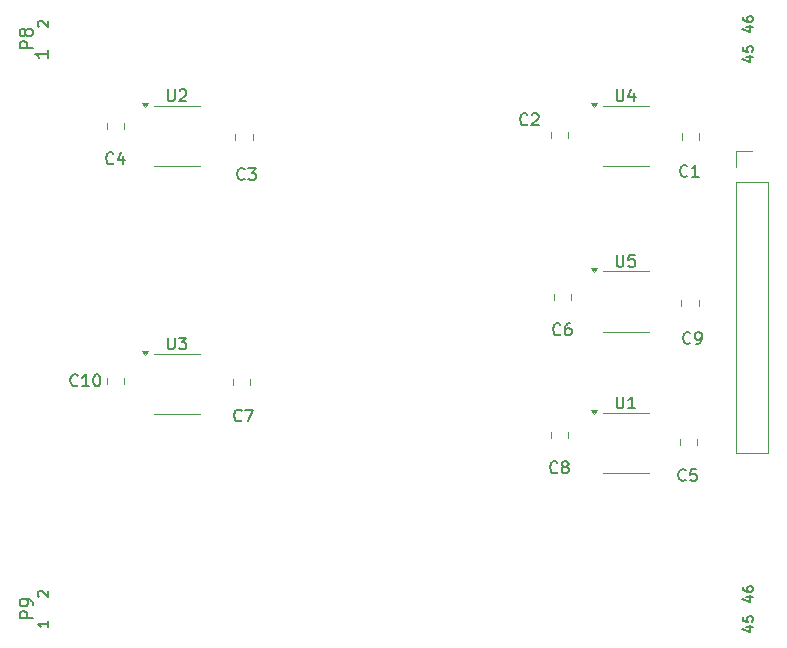
<source format=gto>
G04 #@! TF.GenerationSoftware,KiCad,Pcbnew,8.0.6*
G04 #@! TF.CreationDate,2025-01-05T21:46:19-05:00*
G04 #@! TF.ProjectId,Beagle-AI-64-CAN-Part1,42656167-6c65-42d4-9149-2d36342d4341,rev?*
G04 #@! TF.SameCoordinates,Original*
G04 #@! TF.FileFunction,Legend,Top*
G04 #@! TF.FilePolarity,Positive*
%FSLAX46Y46*%
G04 Gerber Fmt 4.6, Leading zero omitted, Abs format (unit mm)*
G04 Created by KiCad (PCBNEW 8.0.6) date 2025-01-05 21:46:19*
%MOMM*%
%LPD*%
G01*
G04 APERTURE LIST*
%ADD10C,0.150000*%
%ADD11C,0.152400*%
%ADD12C,0.190500*%
%ADD13C,0.120000*%
G04 APERTURE END LIST*
D10*
X172238095Y-111054819D02*
X172238095Y-111864342D01*
X172238095Y-111864342D02*
X172285714Y-111959580D01*
X172285714Y-111959580D02*
X172333333Y-112007200D01*
X172333333Y-112007200D02*
X172428571Y-112054819D01*
X172428571Y-112054819D02*
X172619047Y-112054819D01*
X172619047Y-112054819D02*
X172714285Y-112007200D01*
X172714285Y-112007200D02*
X172761904Y-111959580D01*
X172761904Y-111959580D02*
X172809523Y-111864342D01*
X172809523Y-111864342D02*
X172809523Y-111054819D01*
X173809523Y-112054819D02*
X173238095Y-112054819D01*
X173523809Y-112054819D02*
X173523809Y-111054819D01*
X173523809Y-111054819D02*
X173428571Y-111197676D01*
X173428571Y-111197676D02*
X173333333Y-111292914D01*
X173333333Y-111292914D02*
X173238095Y-111340533D01*
X172238095Y-99054819D02*
X172238095Y-99864342D01*
X172238095Y-99864342D02*
X172285714Y-99959580D01*
X172285714Y-99959580D02*
X172333333Y-100007200D01*
X172333333Y-100007200D02*
X172428571Y-100054819D01*
X172428571Y-100054819D02*
X172619047Y-100054819D01*
X172619047Y-100054819D02*
X172714285Y-100007200D01*
X172714285Y-100007200D02*
X172761904Y-99959580D01*
X172761904Y-99959580D02*
X172809523Y-99864342D01*
X172809523Y-99864342D02*
X172809523Y-99054819D01*
X173761904Y-99054819D02*
X173285714Y-99054819D01*
X173285714Y-99054819D02*
X173238095Y-99531009D01*
X173238095Y-99531009D02*
X173285714Y-99483390D01*
X173285714Y-99483390D02*
X173380952Y-99435771D01*
X173380952Y-99435771D02*
X173619047Y-99435771D01*
X173619047Y-99435771D02*
X173714285Y-99483390D01*
X173714285Y-99483390D02*
X173761904Y-99531009D01*
X173761904Y-99531009D02*
X173809523Y-99626247D01*
X173809523Y-99626247D02*
X173809523Y-99864342D01*
X173809523Y-99864342D02*
X173761904Y-99959580D01*
X173761904Y-99959580D02*
X173714285Y-100007200D01*
X173714285Y-100007200D02*
X173619047Y-100054819D01*
X173619047Y-100054819D02*
X173380952Y-100054819D01*
X173380952Y-100054819D02*
X173285714Y-100007200D01*
X173285714Y-100007200D02*
X173238095Y-99959580D01*
X172238095Y-85054819D02*
X172238095Y-85864342D01*
X172238095Y-85864342D02*
X172285714Y-85959580D01*
X172285714Y-85959580D02*
X172333333Y-86007200D01*
X172333333Y-86007200D02*
X172428571Y-86054819D01*
X172428571Y-86054819D02*
X172619047Y-86054819D01*
X172619047Y-86054819D02*
X172714285Y-86007200D01*
X172714285Y-86007200D02*
X172761904Y-85959580D01*
X172761904Y-85959580D02*
X172809523Y-85864342D01*
X172809523Y-85864342D02*
X172809523Y-85054819D01*
X173714285Y-85388152D02*
X173714285Y-86054819D01*
X173476190Y-85007200D02*
X173238095Y-85721485D01*
X173238095Y-85721485D02*
X173857142Y-85721485D01*
X134238095Y-106054819D02*
X134238095Y-106864342D01*
X134238095Y-106864342D02*
X134285714Y-106959580D01*
X134285714Y-106959580D02*
X134333333Y-107007200D01*
X134333333Y-107007200D02*
X134428571Y-107054819D01*
X134428571Y-107054819D02*
X134619047Y-107054819D01*
X134619047Y-107054819D02*
X134714285Y-107007200D01*
X134714285Y-107007200D02*
X134761904Y-106959580D01*
X134761904Y-106959580D02*
X134809523Y-106864342D01*
X134809523Y-106864342D02*
X134809523Y-106054819D01*
X135190476Y-106054819D02*
X135809523Y-106054819D01*
X135809523Y-106054819D02*
X135476190Y-106435771D01*
X135476190Y-106435771D02*
X135619047Y-106435771D01*
X135619047Y-106435771D02*
X135714285Y-106483390D01*
X135714285Y-106483390D02*
X135761904Y-106531009D01*
X135761904Y-106531009D02*
X135809523Y-106626247D01*
X135809523Y-106626247D02*
X135809523Y-106864342D01*
X135809523Y-106864342D02*
X135761904Y-106959580D01*
X135761904Y-106959580D02*
X135714285Y-107007200D01*
X135714285Y-107007200D02*
X135619047Y-107054819D01*
X135619047Y-107054819D02*
X135333333Y-107054819D01*
X135333333Y-107054819D02*
X135238095Y-107007200D01*
X135238095Y-107007200D02*
X135190476Y-106959580D01*
X134238095Y-85054819D02*
X134238095Y-85864342D01*
X134238095Y-85864342D02*
X134285714Y-85959580D01*
X134285714Y-85959580D02*
X134333333Y-86007200D01*
X134333333Y-86007200D02*
X134428571Y-86054819D01*
X134428571Y-86054819D02*
X134619047Y-86054819D01*
X134619047Y-86054819D02*
X134714285Y-86007200D01*
X134714285Y-86007200D02*
X134761904Y-85959580D01*
X134761904Y-85959580D02*
X134809523Y-85864342D01*
X134809523Y-85864342D02*
X134809523Y-85054819D01*
X135238095Y-85150057D02*
X135285714Y-85102438D01*
X135285714Y-85102438D02*
X135380952Y-85054819D01*
X135380952Y-85054819D02*
X135619047Y-85054819D01*
X135619047Y-85054819D02*
X135714285Y-85102438D01*
X135714285Y-85102438D02*
X135761904Y-85150057D01*
X135761904Y-85150057D02*
X135809523Y-85245295D01*
X135809523Y-85245295D02*
X135809523Y-85340533D01*
X135809523Y-85340533D02*
X135761904Y-85483390D01*
X135761904Y-85483390D02*
X135190476Y-86054819D01*
X135190476Y-86054819D02*
X135809523Y-86054819D01*
X140733333Y-92609580D02*
X140685714Y-92657200D01*
X140685714Y-92657200D02*
X140542857Y-92704819D01*
X140542857Y-92704819D02*
X140447619Y-92704819D01*
X140447619Y-92704819D02*
X140304762Y-92657200D01*
X140304762Y-92657200D02*
X140209524Y-92561961D01*
X140209524Y-92561961D02*
X140161905Y-92466723D01*
X140161905Y-92466723D02*
X140114286Y-92276247D01*
X140114286Y-92276247D02*
X140114286Y-92133390D01*
X140114286Y-92133390D02*
X140161905Y-91942914D01*
X140161905Y-91942914D02*
X140209524Y-91847676D01*
X140209524Y-91847676D02*
X140304762Y-91752438D01*
X140304762Y-91752438D02*
X140447619Y-91704819D01*
X140447619Y-91704819D02*
X140542857Y-91704819D01*
X140542857Y-91704819D02*
X140685714Y-91752438D01*
X140685714Y-91752438D02*
X140733333Y-91800057D01*
X141066667Y-91704819D02*
X141685714Y-91704819D01*
X141685714Y-91704819D02*
X141352381Y-92085771D01*
X141352381Y-92085771D02*
X141495238Y-92085771D01*
X141495238Y-92085771D02*
X141590476Y-92133390D01*
X141590476Y-92133390D02*
X141638095Y-92181009D01*
X141638095Y-92181009D02*
X141685714Y-92276247D01*
X141685714Y-92276247D02*
X141685714Y-92514342D01*
X141685714Y-92514342D02*
X141638095Y-92609580D01*
X141638095Y-92609580D02*
X141590476Y-92657200D01*
X141590476Y-92657200D02*
X141495238Y-92704819D01*
X141495238Y-92704819D02*
X141209524Y-92704819D01*
X141209524Y-92704819D02*
X141114286Y-92657200D01*
X141114286Y-92657200D02*
X141066667Y-92609580D01*
X164679333Y-87989580D02*
X164631714Y-88037200D01*
X164631714Y-88037200D02*
X164488857Y-88084819D01*
X164488857Y-88084819D02*
X164393619Y-88084819D01*
X164393619Y-88084819D02*
X164250762Y-88037200D01*
X164250762Y-88037200D02*
X164155524Y-87941961D01*
X164155524Y-87941961D02*
X164107905Y-87846723D01*
X164107905Y-87846723D02*
X164060286Y-87656247D01*
X164060286Y-87656247D02*
X164060286Y-87513390D01*
X164060286Y-87513390D02*
X164107905Y-87322914D01*
X164107905Y-87322914D02*
X164155524Y-87227676D01*
X164155524Y-87227676D02*
X164250762Y-87132438D01*
X164250762Y-87132438D02*
X164393619Y-87084819D01*
X164393619Y-87084819D02*
X164488857Y-87084819D01*
X164488857Y-87084819D02*
X164631714Y-87132438D01*
X164631714Y-87132438D02*
X164679333Y-87180057D01*
X165060286Y-87180057D02*
X165107905Y-87132438D01*
X165107905Y-87132438D02*
X165203143Y-87084819D01*
X165203143Y-87084819D02*
X165441238Y-87084819D01*
X165441238Y-87084819D02*
X165536476Y-87132438D01*
X165536476Y-87132438D02*
X165584095Y-87180057D01*
X165584095Y-87180057D02*
X165631714Y-87275295D01*
X165631714Y-87275295D02*
X165631714Y-87370533D01*
X165631714Y-87370533D02*
X165584095Y-87513390D01*
X165584095Y-87513390D02*
X165012667Y-88084819D01*
X165012667Y-88084819D02*
X165631714Y-88084819D01*
X126611142Y-110087580D02*
X126563523Y-110135200D01*
X126563523Y-110135200D02*
X126420666Y-110182819D01*
X126420666Y-110182819D02*
X126325428Y-110182819D01*
X126325428Y-110182819D02*
X126182571Y-110135200D01*
X126182571Y-110135200D02*
X126087333Y-110039961D01*
X126087333Y-110039961D02*
X126039714Y-109944723D01*
X126039714Y-109944723D02*
X125992095Y-109754247D01*
X125992095Y-109754247D02*
X125992095Y-109611390D01*
X125992095Y-109611390D02*
X126039714Y-109420914D01*
X126039714Y-109420914D02*
X126087333Y-109325676D01*
X126087333Y-109325676D02*
X126182571Y-109230438D01*
X126182571Y-109230438D02*
X126325428Y-109182819D01*
X126325428Y-109182819D02*
X126420666Y-109182819D01*
X126420666Y-109182819D02*
X126563523Y-109230438D01*
X126563523Y-109230438D02*
X126611142Y-109278057D01*
X127563523Y-110182819D02*
X126992095Y-110182819D01*
X127277809Y-110182819D02*
X127277809Y-109182819D01*
X127277809Y-109182819D02*
X127182571Y-109325676D01*
X127182571Y-109325676D02*
X127087333Y-109420914D01*
X127087333Y-109420914D02*
X126992095Y-109468533D01*
X128182571Y-109182819D02*
X128277809Y-109182819D01*
X128277809Y-109182819D02*
X128373047Y-109230438D01*
X128373047Y-109230438D02*
X128420666Y-109278057D01*
X128420666Y-109278057D02*
X128468285Y-109373295D01*
X128468285Y-109373295D02*
X128515904Y-109563771D01*
X128515904Y-109563771D02*
X128515904Y-109801866D01*
X128515904Y-109801866D02*
X128468285Y-109992342D01*
X128468285Y-109992342D02*
X128420666Y-110087580D01*
X128420666Y-110087580D02*
X128373047Y-110135200D01*
X128373047Y-110135200D02*
X128277809Y-110182819D01*
X128277809Y-110182819D02*
X128182571Y-110182819D01*
X128182571Y-110182819D02*
X128087333Y-110135200D01*
X128087333Y-110135200D02*
X128039714Y-110087580D01*
X128039714Y-110087580D02*
X127992095Y-109992342D01*
X127992095Y-109992342D02*
X127944476Y-109801866D01*
X127944476Y-109801866D02*
X127944476Y-109563771D01*
X127944476Y-109563771D02*
X127992095Y-109373295D01*
X127992095Y-109373295D02*
X128039714Y-109278057D01*
X128039714Y-109278057D02*
X128087333Y-109230438D01*
X128087333Y-109230438D02*
X128182571Y-109182819D01*
X129627333Y-91291580D02*
X129579714Y-91339200D01*
X129579714Y-91339200D02*
X129436857Y-91386819D01*
X129436857Y-91386819D02*
X129341619Y-91386819D01*
X129341619Y-91386819D02*
X129198762Y-91339200D01*
X129198762Y-91339200D02*
X129103524Y-91243961D01*
X129103524Y-91243961D02*
X129055905Y-91148723D01*
X129055905Y-91148723D02*
X129008286Y-90958247D01*
X129008286Y-90958247D02*
X129008286Y-90815390D01*
X129008286Y-90815390D02*
X129055905Y-90624914D01*
X129055905Y-90624914D02*
X129103524Y-90529676D01*
X129103524Y-90529676D02*
X129198762Y-90434438D01*
X129198762Y-90434438D02*
X129341619Y-90386819D01*
X129341619Y-90386819D02*
X129436857Y-90386819D01*
X129436857Y-90386819D02*
X129579714Y-90434438D01*
X129579714Y-90434438D02*
X129627333Y-90482057D01*
X130484476Y-90720152D02*
X130484476Y-91386819D01*
X130246381Y-90339200D02*
X130008286Y-91053485D01*
X130008286Y-91053485D02*
X130627333Y-91053485D01*
X178233333Y-92359580D02*
X178185714Y-92407200D01*
X178185714Y-92407200D02*
X178042857Y-92454819D01*
X178042857Y-92454819D02*
X177947619Y-92454819D01*
X177947619Y-92454819D02*
X177804762Y-92407200D01*
X177804762Y-92407200D02*
X177709524Y-92311961D01*
X177709524Y-92311961D02*
X177661905Y-92216723D01*
X177661905Y-92216723D02*
X177614286Y-92026247D01*
X177614286Y-92026247D02*
X177614286Y-91883390D01*
X177614286Y-91883390D02*
X177661905Y-91692914D01*
X177661905Y-91692914D02*
X177709524Y-91597676D01*
X177709524Y-91597676D02*
X177804762Y-91502438D01*
X177804762Y-91502438D02*
X177947619Y-91454819D01*
X177947619Y-91454819D02*
X178042857Y-91454819D01*
X178042857Y-91454819D02*
X178185714Y-91502438D01*
X178185714Y-91502438D02*
X178233333Y-91550057D01*
X179185714Y-92454819D02*
X178614286Y-92454819D01*
X178900000Y-92454819D02*
X178900000Y-91454819D01*
X178900000Y-91454819D02*
X178804762Y-91597676D01*
X178804762Y-91597676D02*
X178709524Y-91692914D01*
X178709524Y-91692914D02*
X178614286Y-91740533D01*
X167219333Y-117453580D02*
X167171714Y-117501200D01*
X167171714Y-117501200D02*
X167028857Y-117548819D01*
X167028857Y-117548819D02*
X166933619Y-117548819D01*
X166933619Y-117548819D02*
X166790762Y-117501200D01*
X166790762Y-117501200D02*
X166695524Y-117405961D01*
X166695524Y-117405961D02*
X166647905Y-117310723D01*
X166647905Y-117310723D02*
X166600286Y-117120247D01*
X166600286Y-117120247D02*
X166600286Y-116977390D01*
X166600286Y-116977390D02*
X166647905Y-116786914D01*
X166647905Y-116786914D02*
X166695524Y-116691676D01*
X166695524Y-116691676D02*
X166790762Y-116596438D01*
X166790762Y-116596438D02*
X166933619Y-116548819D01*
X166933619Y-116548819D02*
X167028857Y-116548819D01*
X167028857Y-116548819D02*
X167171714Y-116596438D01*
X167171714Y-116596438D02*
X167219333Y-116644057D01*
X167790762Y-116977390D02*
X167695524Y-116929771D01*
X167695524Y-116929771D02*
X167647905Y-116882152D01*
X167647905Y-116882152D02*
X167600286Y-116786914D01*
X167600286Y-116786914D02*
X167600286Y-116739295D01*
X167600286Y-116739295D02*
X167647905Y-116644057D01*
X167647905Y-116644057D02*
X167695524Y-116596438D01*
X167695524Y-116596438D02*
X167790762Y-116548819D01*
X167790762Y-116548819D02*
X167981238Y-116548819D01*
X167981238Y-116548819D02*
X168076476Y-116596438D01*
X168076476Y-116596438D02*
X168124095Y-116644057D01*
X168124095Y-116644057D02*
X168171714Y-116739295D01*
X168171714Y-116739295D02*
X168171714Y-116786914D01*
X168171714Y-116786914D02*
X168124095Y-116882152D01*
X168124095Y-116882152D02*
X168076476Y-116929771D01*
X168076476Y-116929771D02*
X167981238Y-116977390D01*
X167981238Y-116977390D02*
X167790762Y-116977390D01*
X167790762Y-116977390D02*
X167695524Y-117025009D01*
X167695524Y-117025009D02*
X167647905Y-117072628D01*
X167647905Y-117072628D02*
X167600286Y-117167866D01*
X167600286Y-117167866D02*
X167600286Y-117358342D01*
X167600286Y-117358342D02*
X167647905Y-117453580D01*
X167647905Y-117453580D02*
X167695524Y-117501200D01*
X167695524Y-117501200D02*
X167790762Y-117548819D01*
X167790762Y-117548819D02*
X167981238Y-117548819D01*
X167981238Y-117548819D02*
X168076476Y-117501200D01*
X168076476Y-117501200D02*
X168124095Y-117453580D01*
X168124095Y-117453580D02*
X168171714Y-117358342D01*
X168171714Y-117358342D02*
X168171714Y-117167866D01*
X168171714Y-117167866D02*
X168124095Y-117072628D01*
X168124095Y-117072628D02*
X168076476Y-117025009D01*
X168076476Y-117025009D02*
X167981238Y-116977390D01*
X178083333Y-118109580D02*
X178035714Y-118157200D01*
X178035714Y-118157200D02*
X177892857Y-118204819D01*
X177892857Y-118204819D02*
X177797619Y-118204819D01*
X177797619Y-118204819D02*
X177654762Y-118157200D01*
X177654762Y-118157200D02*
X177559524Y-118061961D01*
X177559524Y-118061961D02*
X177511905Y-117966723D01*
X177511905Y-117966723D02*
X177464286Y-117776247D01*
X177464286Y-117776247D02*
X177464286Y-117633390D01*
X177464286Y-117633390D02*
X177511905Y-117442914D01*
X177511905Y-117442914D02*
X177559524Y-117347676D01*
X177559524Y-117347676D02*
X177654762Y-117252438D01*
X177654762Y-117252438D02*
X177797619Y-117204819D01*
X177797619Y-117204819D02*
X177892857Y-117204819D01*
X177892857Y-117204819D02*
X178035714Y-117252438D01*
X178035714Y-117252438D02*
X178083333Y-117300057D01*
X178988095Y-117204819D02*
X178511905Y-117204819D01*
X178511905Y-117204819D02*
X178464286Y-117681009D01*
X178464286Y-117681009D02*
X178511905Y-117633390D01*
X178511905Y-117633390D02*
X178607143Y-117585771D01*
X178607143Y-117585771D02*
X178845238Y-117585771D01*
X178845238Y-117585771D02*
X178940476Y-117633390D01*
X178940476Y-117633390D02*
X178988095Y-117681009D01*
X178988095Y-117681009D02*
X179035714Y-117776247D01*
X179035714Y-117776247D02*
X179035714Y-118014342D01*
X179035714Y-118014342D02*
X178988095Y-118109580D01*
X178988095Y-118109580D02*
X178940476Y-118157200D01*
X178940476Y-118157200D02*
X178845238Y-118204819D01*
X178845238Y-118204819D02*
X178607143Y-118204819D01*
X178607143Y-118204819D02*
X178511905Y-118157200D01*
X178511905Y-118157200D02*
X178464286Y-118109580D01*
X140483333Y-113059580D02*
X140435714Y-113107200D01*
X140435714Y-113107200D02*
X140292857Y-113154819D01*
X140292857Y-113154819D02*
X140197619Y-113154819D01*
X140197619Y-113154819D02*
X140054762Y-113107200D01*
X140054762Y-113107200D02*
X139959524Y-113011961D01*
X139959524Y-113011961D02*
X139911905Y-112916723D01*
X139911905Y-112916723D02*
X139864286Y-112726247D01*
X139864286Y-112726247D02*
X139864286Y-112583390D01*
X139864286Y-112583390D02*
X139911905Y-112392914D01*
X139911905Y-112392914D02*
X139959524Y-112297676D01*
X139959524Y-112297676D02*
X140054762Y-112202438D01*
X140054762Y-112202438D02*
X140197619Y-112154819D01*
X140197619Y-112154819D02*
X140292857Y-112154819D01*
X140292857Y-112154819D02*
X140435714Y-112202438D01*
X140435714Y-112202438D02*
X140483333Y-112250057D01*
X140816667Y-112154819D02*
X141483333Y-112154819D01*
X141483333Y-112154819D02*
X141054762Y-113154819D01*
X167473333Y-105769580D02*
X167425714Y-105817200D01*
X167425714Y-105817200D02*
X167282857Y-105864819D01*
X167282857Y-105864819D02*
X167187619Y-105864819D01*
X167187619Y-105864819D02*
X167044762Y-105817200D01*
X167044762Y-105817200D02*
X166949524Y-105721961D01*
X166949524Y-105721961D02*
X166901905Y-105626723D01*
X166901905Y-105626723D02*
X166854286Y-105436247D01*
X166854286Y-105436247D02*
X166854286Y-105293390D01*
X166854286Y-105293390D02*
X166901905Y-105102914D01*
X166901905Y-105102914D02*
X166949524Y-105007676D01*
X166949524Y-105007676D02*
X167044762Y-104912438D01*
X167044762Y-104912438D02*
X167187619Y-104864819D01*
X167187619Y-104864819D02*
X167282857Y-104864819D01*
X167282857Y-104864819D02*
X167425714Y-104912438D01*
X167425714Y-104912438D02*
X167473333Y-104960057D01*
X168330476Y-104864819D02*
X168140000Y-104864819D01*
X168140000Y-104864819D02*
X168044762Y-104912438D01*
X168044762Y-104912438D02*
X167997143Y-104960057D01*
X167997143Y-104960057D02*
X167901905Y-105102914D01*
X167901905Y-105102914D02*
X167854286Y-105293390D01*
X167854286Y-105293390D02*
X167854286Y-105674342D01*
X167854286Y-105674342D02*
X167901905Y-105769580D01*
X167901905Y-105769580D02*
X167949524Y-105817200D01*
X167949524Y-105817200D02*
X168044762Y-105864819D01*
X168044762Y-105864819D02*
X168235238Y-105864819D01*
X168235238Y-105864819D02*
X168330476Y-105817200D01*
X168330476Y-105817200D02*
X168378095Y-105769580D01*
X168378095Y-105769580D02*
X168425714Y-105674342D01*
X168425714Y-105674342D02*
X168425714Y-105436247D01*
X168425714Y-105436247D02*
X168378095Y-105341009D01*
X168378095Y-105341009D02*
X168330476Y-105293390D01*
X168330476Y-105293390D02*
X168235238Y-105245771D01*
X168235238Y-105245771D02*
X168044762Y-105245771D01*
X168044762Y-105245771D02*
X167949524Y-105293390D01*
X167949524Y-105293390D02*
X167901905Y-105341009D01*
X167901905Y-105341009D02*
X167854286Y-105436247D01*
X178483333Y-106509580D02*
X178435714Y-106557200D01*
X178435714Y-106557200D02*
X178292857Y-106604819D01*
X178292857Y-106604819D02*
X178197619Y-106604819D01*
X178197619Y-106604819D02*
X178054762Y-106557200D01*
X178054762Y-106557200D02*
X177959524Y-106461961D01*
X177959524Y-106461961D02*
X177911905Y-106366723D01*
X177911905Y-106366723D02*
X177864286Y-106176247D01*
X177864286Y-106176247D02*
X177864286Y-106033390D01*
X177864286Y-106033390D02*
X177911905Y-105842914D01*
X177911905Y-105842914D02*
X177959524Y-105747676D01*
X177959524Y-105747676D02*
X178054762Y-105652438D01*
X178054762Y-105652438D02*
X178197619Y-105604819D01*
X178197619Y-105604819D02*
X178292857Y-105604819D01*
X178292857Y-105604819D02*
X178435714Y-105652438D01*
X178435714Y-105652438D02*
X178483333Y-105700057D01*
X178959524Y-106604819D02*
X179150000Y-106604819D01*
X179150000Y-106604819D02*
X179245238Y-106557200D01*
X179245238Y-106557200D02*
X179292857Y-106509580D01*
X179292857Y-106509580D02*
X179388095Y-106366723D01*
X179388095Y-106366723D02*
X179435714Y-106176247D01*
X179435714Y-106176247D02*
X179435714Y-105795295D01*
X179435714Y-105795295D02*
X179388095Y-105700057D01*
X179388095Y-105700057D02*
X179340476Y-105652438D01*
X179340476Y-105652438D02*
X179245238Y-105604819D01*
X179245238Y-105604819D02*
X179054762Y-105604819D01*
X179054762Y-105604819D02*
X178959524Y-105652438D01*
X178959524Y-105652438D02*
X178911905Y-105700057D01*
X178911905Y-105700057D02*
X178864286Y-105795295D01*
X178864286Y-105795295D02*
X178864286Y-106033390D01*
X178864286Y-106033390D02*
X178911905Y-106128628D01*
X178911905Y-106128628D02*
X178959524Y-106176247D01*
X178959524Y-106176247D02*
X179054762Y-106223866D01*
X179054762Y-106223866D02*
X179245238Y-106223866D01*
X179245238Y-106223866D02*
X179340476Y-106176247D01*
X179340476Y-106176247D02*
X179388095Y-106128628D01*
X179388095Y-106128628D02*
X179435714Y-106033390D01*
D11*
X183206654Y-130548742D02*
X183782387Y-130548742D01*
X182877664Y-130754361D02*
X183494521Y-130959980D01*
X183494521Y-130959980D02*
X183494521Y-130425371D01*
X182918787Y-129685142D02*
X182918787Y-130096380D01*
X182918787Y-130096380D02*
X183330025Y-130137504D01*
X183330025Y-130137504D02*
X183288902Y-130096380D01*
X183288902Y-130096380D02*
X183247778Y-130014133D01*
X183247778Y-130014133D02*
X183247778Y-129808514D01*
X183247778Y-129808514D02*
X183288902Y-129726266D01*
X183288902Y-129726266D02*
X183330025Y-129685142D01*
X183330025Y-129685142D02*
X183412273Y-129644019D01*
X183412273Y-129644019D02*
X183617892Y-129644019D01*
X183617892Y-129644019D02*
X183700140Y-129685142D01*
X183700140Y-129685142D02*
X183741264Y-129726266D01*
X183741264Y-129726266D02*
X183782387Y-129808514D01*
X183782387Y-129808514D02*
X183782387Y-130014133D01*
X183782387Y-130014133D02*
X183741264Y-130096380D01*
X183741264Y-130096380D02*
X183700140Y-130137504D01*
D12*
X122793983Y-81568773D02*
X121714483Y-81568773D01*
X121714483Y-81568773D02*
X121714483Y-81157535D01*
X121714483Y-81157535D02*
X121765888Y-81054725D01*
X121765888Y-81054725D02*
X121817293Y-81003320D01*
X121817293Y-81003320D02*
X121920102Y-80951916D01*
X121920102Y-80951916D02*
X122074317Y-80951916D01*
X122074317Y-80951916D02*
X122177126Y-81003320D01*
X122177126Y-81003320D02*
X122228531Y-81054725D01*
X122228531Y-81054725D02*
X122279936Y-81157535D01*
X122279936Y-81157535D02*
X122279936Y-81568773D01*
X122177126Y-80335058D02*
X122125721Y-80437868D01*
X122125721Y-80437868D02*
X122074317Y-80489273D01*
X122074317Y-80489273D02*
X121971507Y-80540677D01*
X121971507Y-80540677D02*
X121920102Y-80540677D01*
X121920102Y-80540677D02*
X121817293Y-80489273D01*
X121817293Y-80489273D02*
X121765888Y-80437868D01*
X121765888Y-80437868D02*
X121714483Y-80335058D01*
X121714483Y-80335058D02*
X121714483Y-80129439D01*
X121714483Y-80129439D02*
X121765888Y-80026630D01*
X121765888Y-80026630D02*
X121817293Y-79975225D01*
X121817293Y-79975225D02*
X121920102Y-79923820D01*
X121920102Y-79923820D02*
X121971507Y-79923820D01*
X121971507Y-79923820D02*
X122074317Y-79975225D01*
X122074317Y-79975225D02*
X122125721Y-80026630D01*
X122125721Y-80026630D02*
X122177126Y-80129439D01*
X122177126Y-80129439D02*
X122177126Y-80335058D01*
X122177126Y-80335058D02*
X122228531Y-80437868D01*
X122228531Y-80437868D02*
X122279936Y-80489273D01*
X122279936Y-80489273D02*
X122382745Y-80540677D01*
X122382745Y-80540677D02*
X122588364Y-80540677D01*
X122588364Y-80540677D02*
X122691174Y-80489273D01*
X122691174Y-80489273D02*
X122742579Y-80437868D01*
X122742579Y-80437868D02*
X122793983Y-80335058D01*
X122793983Y-80335058D02*
X122793983Y-80129439D01*
X122793983Y-80129439D02*
X122742579Y-80026630D01*
X122742579Y-80026630D02*
X122691174Y-79975225D01*
X122691174Y-79975225D02*
X122588364Y-79923820D01*
X122588364Y-79923820D02*
X122382745Y-79923820D01*
X122382745Y-79923820D02*
X122279936Y-79975225D01*
X122279936Y-79975225D02*
X122228531Y-80026630D01*
X122228531Y-80026630D02*
X122177126Y-80129439D01*
D11*
X183206654Y-79748742D02*
X183782387Y-79748742D01*
X182877664Y-79954361D02*
X183494521Y-80159980D01*
X183494521Y-80159980D02*
X183494521Y-79625371D01*
X182918787Y-78926266D02*
X182918787Y-79090761D01*
X182918787Y-79090761D02*
X182959911Y-79173009D01*
X182959911Y-79173009D02*
X183001035Y-79214133D01*
X183001035Y-79214133D02*
X183124406Y-79296380D01*
X183124406Y-79296380D02*
X183288902Y-79337504D01*
X183288902Y-79337504D02*
X183617892Y-79337504D01*
X183617892Y-79337504D02*
X183700140Y-79296380D01*
X183700140Y-79296380D02*
X183741264Y-79255257D01*
X183741264Y-79255257D02*
X183782387Y-79173009D01*
X183782387Y-79173009D02*
X183782387Y-79008514D01*
X183782387Y-79008514D02*
X183741264Y-78926266D01*
X183741264Y-78926266D02*
X183700140Y-78885142D01*
X183700140Y-78885142D02*
X183617892Y-78844019D01*
X183617892Y-78844019D02*
X183412273Y-78844019D01*
X183412273Y-78844019D02*
X183330025Y-78885142D01*
X183330025Y-78885142D02*
X183288902Y-78926266D01*
X183288902Y-78926266D02*
X183247778Y-79008514D01*
X183247778Y-79008514D02*
X183247778Y-79173009D01*
X183247778Y-79173009D02*
X183288902Y-79255257D01*
X183288902Y-79255257D02*
X183330025Y-79296380D01*
X183330025Y-79296380D02*
X183412273Y-79337504D01*
D12*
X122793983Y-129828773D02*
X121714483Y-129828773D01*
X121714483Y-129828773D02*
X121714483Y-129417535D01*
X121714483Y-129417535D02*
X121765888Y-129314725D01*
X121765888Y-129314725D02*
X121817293Y-129263320D01*
X121817293Y-129263320D02*
X121920102Y-129211916D01*
X121920102Y-129211916D02*
X122074317Y-129211916D01*
X122074317Y-129211916D02*
X122177126Y-129263320D01*
X122177126Y-129263320D02*
X122228531Y-129314725D01*
X122228531Y-129314725D02*
X122279936Y-129417535D01*
X122279936Y-129417535D02*
X122279936Y-129828773D01*
X122793983Y-128697868D02*
X122793983Y-128492249D01*
X122793983Y-128492249D02*
X122742579Y-128389439D01*
X122742579Y-128389439D02*
X122691174Y-128338035D01*
X122691174Y-128338035D02*
X122536959Y-128235225D01*
X122536959Y-128235225D02*
X122331340Y-128183820D01*
X122331340Y-128183820D02*
X121920102Y-128183820D01*
X121920102Y-128183820D02*
X121817293Y-128235225D01*
X121817293Y-128235225D02*
X121765888Y-128286630D01*
X121765888Y-128286630D02*
X121714483Y-128389439D01*
X121714483Y-128389439D02*
X121714483Y-128595058D01*
X121714483Y-128595058D02*
X121765888Y-128697868D01*
X121765888Y-128697868D02*
X121817293Y-128749273D01*
X121817293Y-128749273D02*
X121920102Y-128800677D01*
X121920102Y-128800677D02*
X122177126Y-128800677D01*
X122177126Y-128800677D02*
X122279936Y-128749273D01*
X122279936Y-128749273D02*
X122331340Y-128697868D01*
X122331340Y-128697868D02*
X122382745Y-128595058D01*
X122382745Y-128595058D02*
X122382745Y-128389439D01*
X122382745Y-128389439D02*
X122331340Y-128286630D01*
X122331340Y-128286630D02*
X122279936Y-128235225D01*
X122279936Y-128235225D02*
X122177126Y-128183820D01*
D11*
X124092387Y-130055257D02*
X124092387Y-130548742D01*
X124092387Y-130301999D02*
X123228787Y-130301999D01*
X123228787Y-130301999D02*
X123352159Y-130384247D01*
X123352159Y-130384247D02*
X123434406Y-130466495D01*
X123434406Y-130466495D02*
X123475530Y-130548742D01*
D12*
X124063983Y-81733570D02*
X124063983Y-82350427D01*
X124063983Y-82041999D02*
X122984483Y-82041999D01*
X122984483Y-82041999D02*
X123138698Y-82144808D01*
X123138698Y-82144808D02*
X123241507Y-82247618D01*
X123241507Y-82247618D02*
X123292912Y-82350427D01*
D11*
X183206654Y-128008742D02*
X183782387Y-128008742D01*
X182877664Y-128214361D02*
X183494521Y-128419980D01*
X183494521Y-128419980D02*
X183494521Y-127885371D01*
X182918787Y-127186266D02*
X182918787Y-127350761D01*
X182918787Y-127350761D02*
X182959911Y-127433009D01*
X182959911Y-127433009D02*
X183001035Y-127474133D01*
X183001035Y-127474133D02*
X183124406Y-127556380D01*
X183124406Y-127556380D02*
X183288902Y-127597504D01*
X183288902Y-127597504D02*
X183617892Y-127597504D01*
X183617892Y-127597504D02*
X183700140Y-127556380D01*
X183700140Y-127556380D02*
X183741264Y-127515257D01*
X183741264Y-127515257D02*
X183782387Y-127433009D01*
X183782387Y-127433009D02*
X183782387Y-127268514D01*
X183782387Y-127268514D02*
X183741264Y-127186266D01*
X183741264Y-127186266D02*
X183700140Y-127145142D01*
X183700140Y-127145142D02*
X183617892Y-127104019D01*
X183617892Y-127104019D02*
X183412273Y-127104019D01*
X183412273Y-127104019D02*
X183330025Y-127145142D01*
X183330025Y-127145142D02*
X183288902Y-127186266D01*
X183288902Y-127186266D02*
X183247778Y-127268514D01*
X183247778Y-127268514D02*
X183247778Y-127433009D01*
X183247778Y-127433009D02*
X183288902Y-127515257D01*
X183288902Y-127515257D02*
X183330025Y-127556380D01*
X183330025Y-127556380D02*
X183412273Y-127597504D01*
X123311035Y-128008742D02*
X123269911Y-127967618D01*
X123269911Y-127967618D02*
X123228787Y-127885371D01*
X123228787Y-127885371D02*
X123228787Y-127679752D01*
X123228787Y-127679752D02*
X123269911Y-127597504D01*
X123269911Y-127597504D02*
X123311035Y-127556380D01*
X123311035Y-127556380D02*
X123393283Y-127515257D01*
X123393283Y-127515257D02*
X123475530Y-127515257D01*
X123475530Y-127515257D02*
X123598902Y-127556380D01*
X123598902Y-127556380D02*
X124092387Y-128049866D01*
X124092387Y-128049866D02*
X124092387Y-127515257D01*
X123311035Y-79748742D02*
X123269911Y-79707618D01*
X123269911Y-79707618D02*
X123228787Y-79625371D01*
X123228787Y-79625371D02*
X123228787Y-79419752D01*
X123228787Y-79419752D02*
X123269911Y-79337504D01*
X123269911Y-79337504D02*
X123311035Y-79296380D01*
X123311035Y-79296380D02*
X123393283Y-79255257D01*
X123393283Y-79255257D02*
X123475530Y-79255257D01*
X123475530Y-79255257D02*
X123598902Y-79296380D01*
X123598902Y-79296380D02*
X124092387Y-79789866D01*
X124092387Y-79789866D02*
X124092387Y-79255257D01*
X183206654Y-82288742D02*
X183782387Y-82288742D01*
X182877664Y-82494361D02*
X183494521Y-82699980D01*
X183494521Y-82699980D02*
X183494521Y-82165371D01*
X182918787Y-81425142D02*
X182918787Y-81836380D01*
X182918787Y-81836380D02*
X183330025Y-81877504D01*
X183330025Y-81877504D02*
X183288902Y-81836380D01*
X183288902Y-81836380D02*
X183247778Y-81754133D01*
X183247778Y-81754133D02*
X183247778Y-81548514D01*
X183247778Y-81548514D02*
X183288902Y-81466266D01*
X183288902Y-81466266D02*
X183330025Y-81425142D01*
X183330025Y-81425142D02*
X183412273Y-81384019D01*
X183412273Y-81384019D02*
X183617892Y-81384019D01*
X183617892Y-81384019D02*
X183700140Y-81425142D01*
X183700140Y-81425142D02*
X183741264Y-81466266D01*
X183741264Y-81466266D02*
X183782387Y-81548514D01*
X183782387Y-81548514D02*
X183782387Y-81754133D01*
X183782387Y-81754133D02*
X183741264Y-81836380D01*
X183741264Y-81836380D02*
X183700140Y-81877504D01*
D13*
X173000000Y-112440000D02*
X171050000Y-112440000D01*
X173000000Y-112440000D02*
X174950000Y-112440000D01*
X173000000Y-117560000D02*
X171050000Y-117560000D01*
X173000000Y-117560000D02*
X174950000Y-117560000D01*
X170300000Y-112535000D02*
X170060000Y-112205000D01*
X170540000Y-112205000D01*
X170300000Y-112535000D01*
G36*
X170300000Y-112535000D02*
G01*
X170060000Y-112205000D01*
X170540000Y-112205000D01*
X170300000Y-112535000D01*
G37*
X173000000Y-100440000D02*
X171050000Y-100440000D01*
X173000000Y-100440000D02*
X174950000Y-100440000D01*
X173000000Y-105560000D02*
X171050000Y-105560000D01*
X173000000Y-105560000D02*
X174950000Y-105560000D01*
X170300000Y-100535000D02*
X170060000Y-100205000D01*
X170540000Y-100205000D01*
X170300000Y-100535000D01*
G36*
X170300000Y-100535000D02*
G01*
X170060000Y-100205000D01*
X170540000Y-100205000D01*
X170300000Y-100535000D01*
G37*
X173000000Y-86440000D02*
X171050000Y-86440000D01*
X173000000Y-86440000D02*
X174950000Y-86440000D01*
X173000000Y-91560000D02*
X171050000Y-91560000D01*
X173000000Y-91560000D02*
X174950000Y-91560000D01*
X170300000Y-86535000D02*
X170060000Y-86205000D01*
X170540000Y-86205000D01*
X170300000Y-86535000D01*
G36*
X170300000Y-86535000D02*
G01*
X170060000Y-86205000D01*
X170540000Y-86205000D01*
X170300000Y-86535000D01*
G37*
X135000000Y-107440000D02*
X133050000Y-107440000D01*
X135000000Y-107440000D02*
X136950000Y-107440000D01*
X135000000Y-112560000D02*
X133050000Y-112560000D01*
X135000000Y-112560000D02*
X136950000Y-112560000D01*
X132300000Y-107535000D02*
X132060000Y-107205000D01*
X132540000Y-107205000D01*
X132300000Y-107535000D01*
G36*
X132300000Y-107535000D02*
G01*
X132060000Y-107205000D01*
X132540000Y-107205000D01*
X132300000Y-107535000D01*
G37*
X135000000Y-86440000D02*
X133050000Y-86440000D01*
X135000000Y-86440000D02*
X136950000Y-86440000D01*
X135000000Y-91560000D02*
X133050000Y-91560000D01*
X135000000Y-91560000D02*
X136950000Y-91560000D01*
X132300000Y-86535000D02*
X132060000Y-86205000D01*
X132540000Y-86205000D01*
X132300000Y-86535000D01*
G36*
X132300000Y-86535000D02*
G01*
X132060000Y-86205000D01*
X132540000Y-86205000D01*
X132300000Y-86535000D01*
G37*
X182370000Y-90295000D02*
X183700000Y-90295000D01*
X182370000Y-91625000D02*
X182370000Y-90295000D01*
X182370000Y-92895000D02*
X182370000Y-115815000D01*
X182370000Y-92895000D02*
X185030000Y-92895000D01*
X182370000Y-115815000D02*
X185030000Y-115815000D01*
X185030000Y-92895000D02*
X185030000Y-115815000D01*
X141435000Y-88788748D02*
X141435000Y-89311252D01*
X139965000Y-88788748D02*
X139965000Y-89311252D01*
X166651000Y-89161252D02*
X166651000Y-88638748D01*
X168121000Y-89161252D02*
X168121000Y-88638748D01*
X129059000Y-110010752D02*
X129059000Y-109488248D01*
X130529000Y-110010752D02*
X130529000Y-109488248D01*
X129059000Y-88399252D02*
X129059000Y-87876748D01*
X130529000Y-88399252D02*
X130529000Y-87876748D01*
X179235000Y-88776248D02*
X179235000Y-89298752D01*
X177765000Y-88776248D02*
X177765000Y-89298752D01*
X166651000Y-114561252D02*
X166651000Y-114038748D01*
X168121000Y-114561252D02*
X168121000Y-114038748D01*
X179085000Y-114638748D02*
X179085000Y-115161252D01*
X177615000Y-114638748D02*
X177615000Y-115161252D01*
X141235000Y-109588748D02*
X141235000Y-110111252D01*
X139765000Y-109588748D02*
X139765000Y-110111252D01*
X166905000Y-102898752D02*
X166905000Y-102376248D01*
X168375000Y-102898752D02*
X168375000Y-102376248D01*
X179185000Y-102888748D02*
X179185000Y-103411252D01*
X177715000Y-102888748D02*
X177715000Y-103411252D01*
M02*

</source>
